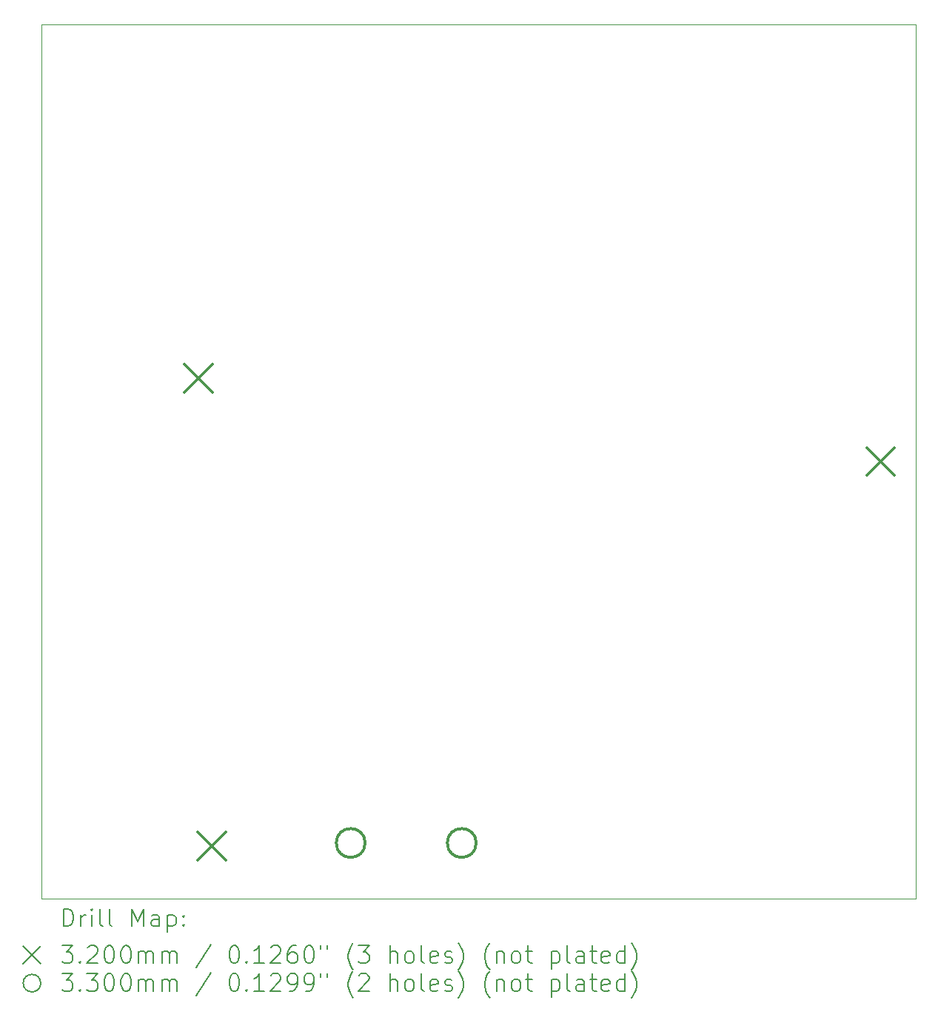
<source format=gbr>
%TF.GenerationSoftware,KiCad,Pcbnew,8.0.0*%
%TF.CreationDate,2024-03-07T02:07:16+09:00*%
%TF.ProjectId,wheel,77686565-6c2e-46b6-9963-61645f706362,rev?*%
%TF.SameCoordinates,Original*%
%TF.FileFunction,Drillmap*%
%TF.FilePolarity,Positive*%
%FSLAX45Y45*%
G04 Gerber Fmt 4.5, Leading zero omitted, Abs format (unit mm)*
G04 Created by KiCad (PCBNEW 8.0.0) date 2024-03-07 02:07:16*
%MOMM*%
%LPD*%
G01*
G04 APERTURE LIST*
%ADD10C,0.100000*%
%ADD11C,0.200000*%
%ADD12C,0.320000*%
%ADD13C,0.330000*%
G04 APERTURE END LIST*
D10*
X15000000Y-16000000D02*
X5000000Y-16000000D01*
X15000000Y-6000000D02*
X15000000Y-16000000D01*
X5000000Y-6000000D02*
X15000000Y-6000000D01*
X5000000Y-16000000D02*
X5000000Y-6000000D01*
D11*
D12*
X6640000Y-9890000D02*
X6960000Y-10210000D01*
X6960000Y-9890000D02*
X6640000Y-10210000D01*
X6790000Y-15240000D02*
X7110000Y-15560000D01*
X7110000Y-15240000D02*
X6790000Y-15560000D01*
X14440000Y-10840000D02*
X14760000Y-11160000D01*
X14760000Y-10840000D02*
X14440000Y-11160000D01*
D13*
X8705000Y-15362500D02*
G75*
G02*
X8375000Y-15362500I-165000J0D01*
G01*
X8375000Y-15362500D02*
G75*
G02*
X8705000Y-15362500I165000J0D01*
G01*
X9975000Y-15362500D02*
G75*
G02*
X9645000Y-15362500I-165000J0D01*
G01*
X9645000Y-15362500D02*
G75*
G02*
X9975000Y-15362500I165000J0D01*
G01*
D11*
X5255777Y-16316484D02*
X5255777Y-16116484D01*
X5255777Y-16116484D02*
X5303396Y-16116484D01*
X5303396Y-16116484D02*
X5331967Y-16126008D01*
X5331967Y-16126008D02*
X5351015Y-16145055D01*
X5351015Y-16145055D02*
X5360539Y-16164103D01*
X5360539Y-16164103D02*
X5370063Y-16202198D01*
X5370063Y-16202198D02*
X5370063Y-16230769D01*
X5370063Y-16230769D02*
X5360539Y-16268865D01*
X5360539Y-16268865D02*
X5351015Y-16287912D01*
X5351015Y-16287912D02*
X5331967Y-16306960D01*
X5331967Y-16306960D02*
X5303396Y-16316484D01*
X5303396Y-16316484D02*
X5255777Y-16316484D01*
X5455777Y-16316484D02*
X5455777Y-16183150D01*
X5455777Y-16221246D02*
X5465301Y-16202198D01*
X5465301Y-16202198D02*
X5474824Y-16192674D01*
X5474824Y-16192674D02*
X5493872Y-16183150D01*
X5493872Y-16183150D02*
X5512920Y-16183150D01*
X5579586Y-16316484D02*
X5579586Y-16183150D01*
X5579586Y-16116484D02*
X5570063Y-16126008D01*
X5570063Y-16126008D02*
X5579586Y-16135531D01*
X5579586Y-16135531D02*
X5589110Y-16126008D01*
X5589110Y-16126008D02*
X5579586Y-16116484D01*
X5579586Y-16116484D02*
X5579586Y-16135531D01*
X5703396Y-16316484D02*
X5684348Y-16306960D01*
X5684348Y-16306960D02*
X5674824Y-16287912D01*
X5674824Y-16287912D02*
X5674824Y-16116484D01*
X5808158Y-16316484D02*
X5789110Y-16306960D01*
X5789110Y-16306960D02*
X5779586Y-16287912D01*
X5779586Y-16287912D02*
X5779586Y-16116484D01*
X6036729Y-16316484D02*
X6036729Y-16116484D01*
X6036729Y-16116484D02*
X6103396Y-16259341D01*
X6103396Y-16259341D02*
X6170062Y-16116484D01*
X6170062Y-16116484D02*
X6170062Y-16316484D01*
X6351015Y-16316484D02*
X6351015Y-16211722D01*
X6351015Y-16211722D02*
X6341491Y-16192674D01*
X6341491Y-16192674D02*
X6322443Y-16183150D01*
X6322443Y-16183150D02*
X6284348Y-16183150D01*
X6284348Y-16183150D02*
X6265301Y-16192674D01*
X6351015Y-16306960D02*
X6331967Y-16316484D01*
X6331967Y-16316484D02*
X6284348Y-16316484D01*
X6284348Y-16316484D02*
X6265301Y-16306960D01*
X6265301Y-16306960D02*
X6255777Y-16287912D01*
X6255777Y-16287912D02*
X6255777Y-16268865D01*
X6255777Y-16268865D02*
X6265301Y-16249817D01*
X6265301Y-16249817D02*
X6284348Y-16240293D01*
X6284348Y-16240293D02*
X6331967Y-16240293D01*
X6331967Y-16240293D02*
X6351015Y-16230769D01*
X6446253Y-16183150D02*
X6446253Y-16383150D01*
X6446253Y-16192674D02*
X6465301Y-16183150D01*
X6465301Y-16183150D02*
X6503396Y-16183150D01*
X6503396Y-16183150D02*
X6522443Y-16192674D01*
X6522443Y-16192674D02*
X6531967Y-16202198D01*
X6531967Y-16202198D02*
X6541491Y-16221246D01*
X6541491Y-16221246D02*
X6541491Y-16278388D01*
X6541491Y-16278388D02*
X6531967Y-16297436D01*
X6531967Y-16297436D02*
X6522443Y-16306960D01*
X6522443Y-16306960D02*
X6503396Y-16316484D01*
X6503396Y-16316484D02*
X6465301Y-16316484D01*
X6465301Y-16316484D02*
X6446253Y-16306960D01*
X6627205Y-16297436D02*
X6636729Y-16306960D01*
X6636729Y-16306960D02*
X6627205Y-16316484D01*
X6627205Y-16316484D02*
X6617682Y-16306960D01*
X6617682Y-16306960D02*
X6627205Y-16297436D01*
X6627205Y-16297436D02*
X6627205Y-16316484D01*
X6627205Y-16192674D02*
X6636729Y-16202198D01*
X6636729Y-16202198D02*
X6627205Y-16211722D01*
X6627205Y-16211722D02*
X6617682Y-16202198D01*
X6617682Y-16202198D02*
X6627205Y-16192674D01*
X6627205Y-16192674D02*
X6627205Y-16211722D01*
X4795000Y-16545000D02*
X4995000Y-16745000D01*
X4995000Y-16545000D02*
X4795000Y-16745000D01*
X5236729Y-16536484D02*
X5360539Y-16536484D01*
X5360539Y-16536484D02*
X5293872Y-16612674D01*
X5293872Y-16612674D02*
X5322444Y-16612674D01*
X5322444Y-16612674D02*
X5341491Y-16622198D01*
X5341491Y-16622198D02*
X5351015Y-16631722D01*
X5351015Y-16631722D02*
X5360539Y-16650769D01*
X5360539Y-16650769D02*
X5360539Y-16698388D01*
X5360539Y-16698388D02*
X5351015Y-16717436D01*
X5351015Y-16717436D02*
X5341491Y-16726960D01*
X5341491Y-16726960D02*
X5322444Y-16736484D01*
X5322444Y-16736484D02*
X5265301Y-16736484D01*
X5265301Y-16736484D02*
X5246253Y-16726960D01*
X5246253Y-16726960D02*
X5236729Y-16717436D01*
X5446253Y-16717436D02*
X5455777Y-16726960D01*
X5455777Y-16726960D02*
X5446253Y-16736484D01*
X5446253Y-16736484D02*
X5436729Y-16726960D01*
X5436729Y-16726960D02*
X5446253Y-16717436D01*
X5446253Y-16717436D02*
X5446253Y-16736484D01*
X5531967Y-16555531D02*
X5541491Y-16546008D01*
X5541491Y-16546008D02*
X5560539Y-16536484D01*
X5560539Y-16536484D02*
X5608158Y-16536484D01*
X5608158Y-16536484D02*
X5627205Y-16546008D01*
X5627205Y-16546008D02*
X5636729Y-16555531D01*
X5636729Y-16555531D02*
X5646253Y-16574579D01*
X5646253Y-16574579D02*
X5646253Y-16593627D01*
X5646253Y-16593627D02*
X5636729Y-16622198D01*
X5636729Y-16622198D02*
X5522444Y-16736484D01*
X5522444Y-16736484D02*
X5646253Y-16736484D01*
X5770062Y-16536484D02*
X5789110Y-16536484D01*
X5789110Y-16536484D02*
X5808158Y-16546008D01*
X5808158Y-16546008D02*
X5817682Y-16555531D01*
X5817682Y-16555531D02*
X5827205Y-16574579D01*
X5827205Y-16574579D02*
X5836729Y-16612674D01*
X5836729Y-16612674D02*
X5836729Y-16660293D01*
X5836729Y-16660293D02*
X5827205Y-16698388D01*
X5827205Y-16698388D02*
X5817682Y-16717436D01*
X5817682Y-16717436D02*
X5808158Y-16726960D01*
X5808158Y-16726960D02*
X5789110Y-16736484D01*
X5789110Y-16736484D02*
X5770062Y-16736484D01*
X5770062Y-16736484D02*
X5751015Y-16726960D01*
X5751015Y-16726960D02*
X5741491Y-16717436D01*
X5741491Y-16717436D02*
X5731967Y-16698388D01*
X5731967Y-16698388D02*
X5722443Y-16660293D01*
X5722443Y-16660293D02*
X5722443Y-16612674D01*
X5722443Y-16612674D02*
X5731967Y-16574579D01*
X5731967Y-16574579D02*
X5741491Y-16555531D01*
X5741491Y-16555531D02*
X5751015Y-16546008D01*
X5751015Y-16546008D02*
X5770062Y-16536484D01*
X5960539Y-16536484D02*
X5979586Y-16536484D01*
X5979586Y-16536484D02*
X5998634Y-16546008D01*
X5998634Y-16546008D02*
X6008158Y-16555531D01*
X6008158Y-16555531D02*
X6017682Y-16574579D01*
X6017682Y-16574579D02*
X6027205Y-16612674D01*
X6027205Y-16612674D02*
X6027205Y-16660293D01*
X6027205Y-16660293D02*
X6017682Y-16698388D01*
X6017682Y-16698388D02*
X6008158Y-16717436D01*
X6008158Y-16717436D02*
X5998634Y-16726960D01*
X5998634Y-16726960D02*
X5979586Y-16736484D01*
X5979586Y-16736484D02*
X5960539Y-16736484D01*
X5960539Y-16736484D02*
X5941491Y-16726960D01*
X5941491Y-16726960D02*
X5931967Y-16717436D01*
X5931967Y-16717436D02*
X5922443Y-16698388D01*
X5922443Y-16698388D02*
X5912920Y-16660293D01*
X5912920Y-16660293D02*
X5912920Y-16612674D01*
X5912920Y-16612674D02*
X5922443Y-16574579D01*
X5922443Y-16574579D02*
X5931967Y-16555531D01*
X5931967Y-16555531D02*
X5941491Y-16546008D01*
X5941491Y-16546008D02*
X5960539Y-16536484D01*
X6112920Y-16736484D02*
X6112920Y-16603150D01*
X6112920Y-16622198D02*
X6122443Y-16612674D01*
X6122443Y-16612674D02*
X6141491Y-16603150D01*
X6141491Y-16603150D02*
X6170063Y-16603150D01*
X6170063Y-16603150D02*
X6189110Y-16612674D01*
X6189110Y-16612674D02*
X6198634Y-16631722D01*
X6198634Y-16631722D02*
X6198634Y-16736484D01*
X6198634Y-16631722D02*
X6208158Y-16612674D01*
X6208158Y-16612674D02*
X6227205Y-16603150D01*
X6227205Y-16603150D02*
X6255777Y-16603150D01*
X6255777Y-16603150D02*
X6274824Y-16612674D01*
X6274824Y-16612674D02*
X6284348Y-16631722D01*
X6284348Y-16631722D02*
X6284348Y-16736484D01*
X6379586Y-16736484D02*
X6379586Y-16603150D01*
X6379586Y-16622198D02*
X6389110Y-16612674D01*
X6389110Y-16612674D02*
X6408158Y-16603150D01*
X6408158Y-16603150D02*
X6436729Y-16603150D01*
X6436729Y-16603150D02*
X6455777Y-16612674D01*
X6455777Y-16612674D02*
X6465301Y-16631722D01*
X6465301Y-16631722D02*
X6465301Y-16736484D01*
X6465301Y-16631722D02*
X6474824Y-16612674D01*
X6474824Y-16612674D02*
X6493872Y-16603150D01*
X6493872Y-16603150D02*
X6522443Y-16603150D01*
X6522443Y-16603150D02*
X6541491Y-16612674D01*
X6541491Y-16612674D02*
X6551015Y-16631722D01*
X6551015Y-16631722D02*
X6551015Y-16736484D01*
X6941491Y-16526960D02*
X6770063Y-16784103D01*
X7198634Y-16536484D02*
X7217682Y-16536484D01*
X7217682Y-16536484D02*
X7236729Y-16546008D01*
X7236729Y-16546008D02*
X7246253Y-16555531D01*
X7246253Y-16555531D02*
X7255777Y-16574579D01*
X7255777Y-16574579D02*
X7265301Y-16612674D01*
X7265301Y-16612674D02*
X7265301Y-16660293D01*
X7265301Y-16660293D02*
X7255777Y-16698388D01*
X7255777Y-16698388D02*
X7246253Y-16717436D01*
X7246253Y-16717436D02*
X7236729Y-16726960D01*
X7236729Y-16726960D02*
X7217682Y-16736484D01*
X7217682Y-16736484D02*
X7198634Y-16736484D01*
X7198634Y-16736484D02*
X7179586Y-16726960D01*
X7179586Y-16726960D02*
X7170063Y-16717436D01*
X7170063Y-16717436D02*
X7160539Y-16698388D01*
X7160539Y-16698388D02*
X7151015Y-16660293D01*
X7151015Y-16660293D02*
X7151015Y-16612674D01*
X7151015Y-16612674D02*
X7160539Y-16574579D01*
X7160539Y-16574579D02*
X7170063Y-16555531D01*
X7170063Y-16555531D02*
X7179586Y-16546008D01*
X7179586Y-16546008D02*
X7198634Y-16536484D01*
X7351015Y-16717436D02*
X7360539Y-16726960D01*
X7360539Y-16726960D02*
X7351015Y-16736484D01*
X7351015Y-16736484D02*
X7341491Y-16726960D01*
X7341491Y-16726960D02*
X7351015Y-16717436D01*
X7351015Y-16717436D02*
X7351015Y-16736484D01*
X7551015Y-16736484D02*
X7436729Y-16736484D01*
X7493872Y-16736484D02*
X7493872Y-16536484D01*
X7493872Y-16536484D02*
X7474825Y-16565055D01*
X7474825Y-16565055D02*
X7455777Y-16584103D01*
X7455777Y-16584103D02*
X7436729Y-16593627D01*
X7627206Y-16555531D02*
X7636729Y-16546008D01*
X7636729Y-16546008D02*
X7655777Y-16536484D01*
X7655777Y-16536484D02*
X7703396Y-16536484D01*
X7703396Y-16536484D02*
X7722444Y-16546008D01*
X7722444Y-16546008D02*
X7731967Y-16555531D01*
X7731967Y-16555531D02*
X7741491Y-16574579D01*
X7741491Y-16574579D02*
X7741491Y-16593627D01*
X7741491Y-16593627D02*
X7731967Y-16622198D01*
X7731967Y-16622198D02*
X7617682Y-16736484D01*
X7617682Y-16736484D02*
X7741491Y-16736484D01*
X7912920Y-16536484D02*
X7874825Y-16536484D01*
X7874825Y-16536484D02*
X7855777Y-16546008D01*
X7855777Y-16546008D02*
X7846253Y-16555531D01*
X7846253Y-16555531D02*
X7827206Y-16584103D01*
X7827206Y-16584103D02*
X7817682Y-16622198D01*
X7817682Y-16622198D02*
X7817682Y-16698388D01*
X7817682Y-16698388D02*
X7827206Y-16717436D01*
X7827206Y-16717436D02*
X7836729Y-16726960D01*
X7836729Y-16726960D02*
X7855777Y-16736484D01*
X7855777Y-16736484D02*
X7893872Y-16736484D01*
X7893872Y-16736484D02*
X7912920Y-16726960D01*
X7912920Y-16726960D02*
X7922444Y-16717436D01*
X7922444Y-16717436D02*
X7931967Y-16698388D01*
X7931967Y-16698388D02*
X7931967Y-16650769D01*
X7931967Y-16650769D02*
X7922444Y-16631722D01*
X7922444Y-16631722D02*
X7912920Y-16622198D01*
X7912920Y-16622198D02*
X7893872Y-16612674D01*
X7893872Y-16612674D02*
X7855777Y-16612674D01*
X7855777Y-16612674D02*
X7836729Y-16622198D01*
X7836729Y-16622198D02*
X7827206Y-16631722D01*
X7827206Y-16631722D02*
X7817682Y-16650769D01*
X8055777Y-16536484D02*
X8074825Y-16536484D01*
X8074825Y-16536484D02*
X8093872Y-16546008D01*
X8093872Y-16546008D02*
X8103396Y-16555531D01*
X8103396Y-16555531D02*
X8112920Y-16574579D01*
X8112920Y-16574579D02*
X8122444Y-16612674D01*
X8122444Y-16612674D02*
X8122444Y-16660293D01*
X8122444Y-16660293D02*
X8112920Y-16698388D01*
X8112920Y-16698388D02*
X8103396Y-16717436D01*
X8103396Y-16717436D02*
X8093872Y-16726960D01*
X8093872Y-16726960D02*
X8074825Y-16736484D01*
X8074825Y-16736484D02*
X8055777Y-16736484D01*
X8055777Y-16736484D02*
X8036729Y-16726960D01*
X8036729Y-16726960D02*
X8027206Y-16717436D01*
X8027206Y-16717436D02*
X8017682Y-16698388D01*
X8017682Y-16698388D02*
X8008158Y-16660293D01*
X8008158Y-16660293D02*
X8008158Y-16612674D01*
X8008158Y-16612674D02*
X8017682Y-16574579D01*
X8017682Y-16574579D02*
X8027206Y-16555531D01*
X8027206Y-16555531D02*
X8036729Y-16546008D01*
X8036729Y-16546008D02*
X8055777Y-16536484D01*
X8198634Y-16536484D02*
X8198634Y-16574579D01*
X8274825Y-16536484D02*
X8274825Y-16574579D01*
X8570063Y-16812674D02*
X8560539Y-16803150D01*
X8560539Y-16803150D02*
X8541491Y-16774579D01*
X8541491Y-16774579D02*
X8531968Y-16755531D01*
X8531968Y-16755531D02*
X8522444Y-16726960D01*
X8522444Y-16726960D02*
X8512920Y-16679341D01*
X8512920Y-16679341D02*
X8512920Y-16641246D01*
X8512920Y-16641246D02*
X8522444Y-16593627D01*
X8522444Y-16593627D02*
X8531968Y-16565055D01*
X8531968Y-16565055D02*
X8541491Y-16546008D01*
X8541491Y-16546008D02*
X8560539Y-16517436D01*
X8560539Y-16517436D02*
X8570063Y-16507912D01*
X8627206Y-16536484D02*
X8751015Y-16536484D01*
X8751015Y-16536484D02*
X8684349Y-16612674D01*
X8684349Y-16612674D02*
X8712920Y-16612674D01*
X8712920Y-16612674D02*
X8731968Y-16622198D01*
X8731968Y-16622198D02*
X8741491Y-16631722D01*
X8741491Y-16631722D02*
X8751015Y-16650769D01*
X8751015Y-16650769D02*
X8751015Y-16698388D01*
X8751015Y-16698388D02*
X8741491Y-16717436D01*
X8741491Y-16717436D02*
X8731968Y-16726960D01*
X8731968Y-16726960D02*
X8712920Y-16736484D01*
X8712920Y-16736484D02*
X8655777Y-16736484D01*
X8655777Y-16736484D02*
X8636730Y-16726960D01*
X8636730Y-16726960D02*
X8627206Y-16717436D01*
X8989111Y-16736484D02*
X8989111Y-16536484D01*
X9074825Y-16736484D02*
X9074825Y-16631722D01*
X9074825Y-16631722D02*
X9065301Y-16612674D01*
X9065301Y-16612674D02*
X9046253Y-16603150D01*
X9046253Y-16603150D02*
X9017682Y-16603150D01*
X9017682Y-16603150D02*
X8998634Y-16612674D01*
X8998634Y-16612674D02*
X8989111Y-16622198D01*
X9198634Y-16736484D02*
X9179587Y-16726960D01*
X9179587Y-16726960D02*
X9170063Y-16717436D01*
X9170063Y-16717436D02*
X9160539Y-16698388D01*
X9160539Y-16698388D02*
X9160539Y-16641246D01*
X9160539Y-16641246D02*
X9170063Y-16622198D01*
X9170063Y-16622198D02*
X9179587Y-16612674D01*
X9179587Y-16612674D02*
X9198634Y-16603150D01*
X9198634Y-16603150D02*
X9227206Y-16603150D01*
X9227206Y-16603150D02*
X9246253Y-16612674D01*
X9246253Y-16612674D02*
X9255777Y-16622198D01*
X9255777Y-16622198D02*
X9265301Y-16641246D01*
X9265301Y-16641246D02*
X9265301Y-16698388D01*
X9265301Y-16698388D02*
X9255777Y-16717436D01*
X9255777Y-16717436D02*
X9246253Y-16726960D01*
X9246253Y-16726960D02*
X9227206Y-16736484D01*
X9227206Y-16736484D02*
X9198634Y-16736484D01*
X9379587Y-16736484D02*
X9360539Y-16726960D01*
X9360539Y-16726960D02*
X9351015Y-16707912D01*
X9351015Y-16707912D02*
X9351015Y-16536484D01*
X9531968Y-16726960D02*
X9512920Y-16736484D01*
X9512920Y-16736484D02*
X9474825Y-16736484D01*
X9474825Y-16736484D02*
X9455777Y-16726960D01*
X9455777Y-16726960D02*
X9446253Y-16707912D01*
X9446253Y-16707912D02*
X9446253Y-16631722D01*
X9446253Y-16631722D02*
X9455777Y-16612674D01*
X9455777Y-16612674D02*
X9474825Y-16603150D01*
X9474825Y-16603150D02*
X9512920Y-16603150D01*
X9512920Y-16603150D02*
X9531968Y-16612674D01*
X9531968Y-16612674D02*
X9541492Y-16631722D01*
X9541492Y-16631722D02*
X9541492Y-16650769D01*
X9541492Y-16650769D02*
X9446253Y-16669817D01*
X9617682Y-16726960D02*
X9636730Y-16736484D01*
X9636730Y-16736484D02*
X9674825Y-16736484D01*
X9674825Y-16736484D02*
X9693873Y-16726960D01*
X9693873Y-16726960D02*
X9703396Y-16707912D01*
X9703396Y-16707912D02*
X9703396Y-16698388D01*
X9703396Y-16698388D02*
X9693873Y-16679341D01*
X9693873Y-16679341D02*
X9674825Y-16669817D01*
X9674825Y-16669817D02*
X9646253Y-16669817D01*
X9646253Y-16669817D02*
X9627206Y-16660293D01*
X9627206Y-16660293D02*
X9617682Y-16641246D01*
X9617682Y-16641246D02*
X9617682Y-16631722D01*
X9617682Y-16631722D02*
X9627206Y-16612674D01*
X9627206Y-16612674D02*
X9646253Y-16603150D01*
X9646253Y-16603150D02*
X9674825Y-16603150D01*
X9674825Y-16603150D02*
X9693873Y-16612674D01*
X9770063Y-16812674D02*
X9779587Y-16803150D01*
X9779587Y-16803150D02*
X9798634Y-16774579D01*
X9798634Y-16774579D02*
X9808158Y-16755531D01*
X9808158Y-16755531D02*
X9817682Y-16726960D01*
X9817682Y-16726960D02*
X9827206Y-16679341D01*
X9827206Y-16679341D02*
X9827206Y-16641246D01*
X9827206Y-16641246D02*
X9817682Y-16593627D01*
X9817682Y-16593627D02*
X9808158Y-16565055D01*
X9808158Y-16565055D02*
X9798634Y-16546008D01*
X9798634Y-16546008D02*
X9779587Y-16517436D01*
X9779587Y-16517436D02*
X9770063Y-16507912D01*
X10131968Y-16812674D02*
X10122444Y-16803150D01*
X10122444Y-16803150D02*
X10103396Y-16774579D01*
X10103396Y-16774579D02*
X10093873Y-16755531D01*
X10093873Y-16755531D02*
X10084349Y-16726960D01*
X10084349Y-16726960D02*
X10074825Y-16679341D01*
X10074825Y-16679341D02*
X10074825Y-16641246D01*
X10074825Y-16641246D02*
X10084349Y-16593627D01*
X10084349Y-16593627D02*
X10093873Y-16565055D01*
X10093873Y-16565055D02*
X10103396Y-16546008D01*
X10103396Y-16546008D02*
X10122444Y-16517436D01*
X10122444Y-16517436D02*
X10131968Y-16507912D01*
X10208158Y-16603150D02*
X10208158Y-16736484D01*
X10208158Y-16622198D02*
X10217682Y-16612674D01*
X10217682Y-16612674D02*
X10236730Y-16603150D01*
X10236730Y-16603150D02*
X10265301Y-16603150D01*
X10265301Y-16603150D02*
X10284349Y-16612674D01*
X10284349Y-16612674D02*
X10293873Y-16631722D01*
X10293873Y-16631722D02*
X10293873Y-16736484D01*
X10417682Y-16736484D02*
X10398634Y-16726960D01*
X10398634Y-16726960D02*
X10389111Y-16717436D01*
X10389111Y-16717436D02*
X10379587Y-16698388D01*
X10379587Y-16698388D02*
X10379587Y-16641246D01*
X10379587Y-16641246D02*
X10389111Y-16622198D01*
X10389111Y-16622198D02*
X10398634Y-16612674D01*
X10398634Y-16612674D02*
X10417682Y-16603150D01*
X10417682Y-16603150D02*
X10446254Y-16603150D01*
X10446254Y-16603150D02*
X10465301Y-16612674D01*
X10465301Y-16612674D02*
X10474825Y-16622198D01*
X10474825Y-16622198D02*
X10484349Y-16641246D01*
X10484349Y-16641246D02*
X10484349Y-16698388D01*
X10484349Y-16698388D02*
X10474825Y-16717436D01*
X10474825Y-16717436D02*
X10465301Y-16726960D01*
X10465301Y-16726960D02*
X10446254Y-16736484D01*
X10446254Y-16736484D02*
X10417682Y-16736484D01*
X10541492Y-16603150D02*
X10617682Y-16603150D01*
X10570063Y-16536484D02*
X10570063Y-16707912D01*
X10570063Y-16707912D02*
X10579587Y-16726960D01*
X10579587Y-16726960D02*
X10598634Y-16736484D01*
X10598634Y-16736484D02*
X10617682Y-16736484D01*
X10836730Y-16603150D02*
X10836730Y-16803150D01*
X10836730Y-16612674D02*
X10855777Y-16603150D01*
X10855777Y-16603150D02*
X10893873Y-16603150D01*
X10893873Y-16603150D02*
X10912920Y-16612674D01*
X10912920Y-16612674D02*
X10922444Y-16622198D01*
X10922444Y-16622198D02*
X10931968Y-16641246D01*
X10931968Y-16641246D02*
X10931968Y-16698388D01*
X10931968Y-16698388D02*
X10922444Y-16717436D01*
X10922444Y-16717436D02*
X10912920Y-16726960D01*
X10912920Y-16726960D02*
X10893873Y-16736484D01*
X10893873Y-16736484D02*
X10855777Y-16736484D01*
X10855777Y-16736484D02*
X10836730Y-16726960D01*
X11046254Y-16736484D02*
X11027206Y-16726960D01*
X11027206Y-16726960D02*
X11017682Y-16707912D01*
X11017682Y-16707912D02*
X11017682Y-16536484D01*
X11208158Y-16736484D02*
X11208158Y-16631722D01*
X11208158Y-16631722D02*
X11198634Y-16612674D01*
X11198634Y-16612674D02*
X11179587Y-16603150D01*
X11179587Y-16603150D02*
X11141492Y-16603150D01*
X11141492Y-16603150D02*
X11122444Y-16612674D01*
X11208158Y-16726960D02*
X11189111Y-16736484D01*
X11189111Y-16736484D02*
X11141492Y-16736484D01*
X11141492Y-16736484D02*
X11122444Y-16726960D01*
X11122444Y-16726960D02*
X11112920Y-16707912D01*
X11112920Y-16707912D02*
X11112920Y-16688865D01*
X11112920Y-16688865D02*
X11122444Y-16669817D01*
X11122444Y-16669817D02*
X11141492Y-16660293D01*
X11141492Y-16660293D02*
X11189111Y-16660293D01*
X11189111Y-16660293D02*
X11208158Y-16650769D01*
X11274825Y-16603150D02*
X11351015Y-16603150D01*
X11303396Y-16536484D02*
X11303396Y-16707912D01*
X11303396Y-16707912D02*
X11312920Y-16726960D01*
X11312920Y-16726960D02*
X11331968Y-16736484D01*
X11331968Y-16736484D02*
X11351015Y-16736484D01*
X11493873Y-16726960D02*
X11474825Y-16736484D01*
X11474825Y-16736484D02*
X11436730Y-16736484D01*
X11436730Y-16736484D02*
X11417682Y-16726960D01*
X11417682Y-16726960D02*
X11408158Y-16707912D01*
X11408158Y-16707912D02*
X11408158Y-16631722D01*
X11408158Y-16631722D02*
X11417682Y-16612674D01*
X11417682Y-16612674D02*
X11436730Y-16603150D01*
X11436730Y-16603150D02*
X11474825Y-16603150D01*
X11474825Y-16603150D02*
X11493873Y-16612674D01*
X11493873Y-16612674D02*
X11503396Y-16631722D01*
X11503396Y-16631722D02*
X11503396Y-16650769D01*
X11503396Y-16650769D02*
X11408158Y-16669817D01*
X11674825Y-16736484D02*
X11674825Y-16536484D01*
X11674825Y-16726960D02*
X11655777Y-16736484D01*
X11655777Y-16736484D02*
X11617682Y-16736484D01*
X11617682Y-16736484D02*
X11598634Y-16726960D01*
X11598634Y-16726960D02*
X11589111Y-16717436D01*
X11589111Y-16717436D02*
X11579587Y-16698388D01*
X11579587Y-16698388D02*
X11579587Y-16641246D01*
X11579587Y-16641246D02*
X11589111Y-16622198D01*
X11589111Y-16622198D02*
X11598634Y-16612674D01*
X11598634Y-16612674D02*
X11617682Y-16603150D01*
X11617682Y-16603150D02*
X11655777Y-16603150D01*
X11655777Y-16603150D02*
X11674825Y-16612674D01*
X11751015Y-16812674D02*
X11760539Y-16803150D01*
X11760539Y-16803150D02*
X11779587Y-16774579D01*
X11779587Y-16774579D02*
X11789111Y-16755531D01*
X11789111Y-16755531D02*
X11798634Y-16726960D01*
X11798634Y-16726960D02*
X11808158Y-16679341D01*
X11808158Y-16679341D02*
X11808158Y-16641246D01*
X11808158Y-16641246D02*
X11798634Y-16593627D01*
X11798634Y-16593627D02*
X11789111Y-16565055D01*
X11789111Y-16565055D02*
X11779587Y-16546008D01*
X11779587Y-16546008D02*
X11760539Y-16517436D01*
X11760539Y-16517436D02*
X11751015Y-16507912D01*
X4995000Y-16965000D02*
G75*
G02*
X4795000Y-16965000I-100000J0D01*
G01*
X4795000Y-16965000D02*
G75*
G02*
X4995000Y-16965000I100000J0D01*
G01*
X5236729Y-16856484D02*
X5360539Y-16856484D01*
X5360539Y-16856484D02*
X5293872Y-16932674D01*
X5293872Y-16932674D02*
X5322444Y-16932674D01*
X5322444Y-16932674D02*
X5341491Y-16942198D01*
X5341491Y-16942198D02*
X5351015Y-16951722D01*
X5351015Y-16951722D02*
X5360539Y-16970770D01*
X5360539Y-16970770D02*
X5360539Y-17018389D01*
X5360539Y-17018389D02*
X5351015Y-17037436D01*
X5351015Y-17037436D02*
X5341491Y-17046960D01*
X5341491Y-17046960D02*
X5322444Y-17056484D01*
X5322444Y-17056484D02*
X5265301Y-17056484D01*
X5265301Y-17056484D02*
X5246253Y-17046960D01*
X5246253Y-17046960D02*
X5236729Y-17037436D01*
X5446253Y-17037436D02*
X5455777Y-17046960D01*
X5455777Y-17046960D02*
X5446253Y-17056484D01*
X5446253Y-17056484D02*
X5436729Y-17046960D01*
X5436729Y-17046960D02*
X5446253Y-17037436D01*
X5446253Y-17037436D02*
X5446253Y-17056484D01*
X5522444Y-16856484D02*
X5646253Y-16856484D01*
X5646253Y-16856484D02*
X5579586Y-16932674D01*
X5579586Y-16932674D02*
X5608158Y-16932674D01*
X5608158Y-16932674D02*
X5627205Y-16942198D01*
X5627205Y-16942198D02*
X5636729Y-16951722D01*
X5636729Y-16951722D02*
X5646253Y-16970770D01*
X5646253Y-16970770D02*
X5646253Y-17018389D01*
X5646253Y-17018389D02*
X5636729Y-17037436D01*
X5636729Y-17037436D02*
X5627205Y-17046960D01*
X5627205Y-17046960D02*
X5608158Y-17056484D01*
X5608158Y-17056484D02*
X5551015Y-17056484D01*
X5551015Y-17056484D02*
X5531967Y-17046960D01*
X5531967Y-17046960D02*
X5522444Y-17037436D01*
X5770062Y-16856484D02*
X5789110Y-16856484D01*
X5789110Y-16856484D02*
X5808158Y-16866008D01*
X5808158Y-16866008D02*
X5817682Y-16875531D01*
X5817682Y-16875531D02*
X5827205Y-16894579D01*
X5827205Y-16894579D02*
X5836729Y-16932674D01*
X5836729Y-16932674D02*
X5836729Y-16980293D01*
X5836729Y-16980293D02*
X5827205Y-17018389D01*
X5827205Y-17018389D02*
X5817682Y-17037436D01*
X5817682Y-17037436D02*
X5808158Y-17046960D01*
X5808158Y-17046960D02*
X5789110Y-17056484D01*
X5789110Y-17056484D02*
X5770062Y-17056484D01*
X5770062Y-17056484D02*
X5751015Y-17046960D01*
X5751015Y-17046960D02*
X5741491Y-17037436D01*
X5741491Y-17037436D02*
X5731967Y-17018389D01*
X5731967Y-17018389D02*
X5722443Y-16980293D01*
X5722443Y-16980293D02*
X5722443Y-16932674D01*
X5722443Y-16932674D02*
X5731967Y-16894579D01*
X5731967Y-16894579D02*
X5741491Y-16875531D01*
X5741491Y-16875531D02*
X5751015Y-16866008D01*
X5751015Y-16866008D02*
X5770062Y-16856484D01*
X5960539Y-16856484D02*
X5979586Y-16856484D01*
X5979586Y-16856484D02*
X5998634Y-16866008D01*
X5998634Y-16866008D02*
X6008158Y-16875531D01*
X6008158Y-16875531D02*
X6017682Y-16894579D01*
X6017682Y-16894579D02*
X6027205Y-16932674D01*
X6027205Y-16932674D02*
X6027205Y-16980293D01*
X6027205Y-16980293D02*
X6017682Y-17018389D01*
X6017682Y-17018389D02*
X6008158Y-17037436D01*
X6008158Y-17037436D02*
X5998634Y-17046960D01*
X5998634Y-17046960D02*
X5979586Y-17056484D01*
X5979586Y-17056484D02*
X5960539Y-17056484D01*
X5960539Y-17056484D02*
X5941491Y-17046960D01*
X5941491Y-17046960D02*
X5931967Y-17037436D01*
X5931967Y-17037436D02*
X5922443Y-17018389D01*
X5922443Y-17018389D02*
X5912920Y-16980293D01*
X5912920Y-16980293D02*
X5912920Y-16932674D01*
X5912920Y-16932674D02*
X5922443Y-16894579D01*
X5922443Y-16894579D02*
X5931967Y-16875531D01*
X5931967Y-16875531D02*
X5941491Y-16866008D01*
X5941491Y-16866008D02*
X5960539Y-16856484D01*
X6112920Y-17056484D02*
X6112920Y-16923150D01*
X6112920Y-16942198D02*
X6122443Y-16932674D01*
X6122443Y-16932674D02*
X6141491Y-16923150D01*
X6141491Y-16923150D02*
X6170063Y-16923150D01*
X6170063Y-16923150D02*
X6189110Y-16932674D01*
X6189110Y-16932674D02*
X6198634Y-16951722D01*
X6198634Y-16951722D02*
X6198634Y-17056484D01*
X6198634Y-16951722D02*
X6208158Y-16932674D01*
X6208158Y-16932674D02*
X6227205Y-16923150D01*
X6227205Y-16923150D02*
X6255777Y-16923150D01*
X6255777Y-16923150D02*
X6274824Y-16932674D01*
X6274824Y-16932674D02*
X6284348Y-16951722D01*
X6284348Y-16951722D02*
X6284348Y-17056484D01*
X6379586Y-17056484D02*
X6379586Y-16923150D01*
X6379586Y-16942198D02*
X6389110Y-16932674D01*
X6389110Y-16932674D02*
X6408158Y-16923150D01*
X6408158Y-16923150D02*
X6436729Y-16923150D01*
X6436729Y-16923150D02*
X6455777Y-16932674D01*
X6455777Y-16932674D02*
X6465301Y-16951722D01*
X6465301Y-16951722D02*
X6465301Y-17056484D01*
X6465301Y-16951722D02*
X6474824Y-16932674D01*
X6474824Y-16932674D02*
X6493872Y-16923150D01*
X6493872Y-16923150D02*
X6522443Y-16923150D01*
X6522443Y-16923150D02*
X6541491Y-16932674D01*
X6541491Y-16932674D02*
X6551015Y-16951722D01*
X6551015Y-16951722D02*
X6551015Y-17056484D01*
X6941491Y-16846960D02*
X6770063Y-17104103D01*
X7198634Y-16856484D02*
X7217682Y-16856484D01*
X7217682Y-16856484D02*
X7236729Y-16866008D01*
X7236729Y-16866008D02*
X7246253Y-16875531D01*
X7246253Y-16875531D02*
X7255777Y-16894579D01*
X7255777Y-16894579D02*
X7265301Y-16932674D01*
X7265301Y-16932674D02*
X7265301Y-16980293D01*
X7265301Y-16980293D02*
X7255777Y-17018389D01*
X7255777Y-17018389D02*
X7246253Y-17037436D01*
X7246253Y-17037436D02*
X7236729Y-17046960D01*
X7236729Y-17046960D02*
X7217682Y-17056484D01*
X7217682Y-17056484D02*
X7198634Y-17056484D01*
X7198634Y-17056484D02*
X7179586Y-17046960D01*
X7179586Y-17046960D02*
X7170063Y-17037436D01*
X7170063Y-17037436D02*
X7160539Y-17018389D01*
X7160539Y-17018389D02*
X7151015Y-16980293D01*
X7151015Y-16980293D02*
X7151015Y-16932674D01*
X7151015Y-16932674D02*
X7160539Y-16894579D01*
X7160539Y-16894579D02*
X7170063Y-16875531D01*
X7170063Y-16875531D02*
X7179586Y-16866008D01*
X7179586Y-16866008D02*
X7198634Y-16856484D01*
X7351015Y-17037436D02*
X7360539Y-17046960D01*
X7360539Y-17046960D02*
X7351015Y-17056484D01*
X7351015Y-17056484D02*
X7341491Y-17046960D01*
X7341491Y-17046960D02*
X7351015Y-17037436D01*
X7351015Y-17037436D02*
X7351015Y-17056484D01*
X7551015Y-17056484D02*
X7436729Y-17056484D01*
X7493872Y-17056484D02*
X7493872Y-16856484D01*
X7493872Y-16856484D02*
X7474825Y-16885055D01*
X7474825Y-16885055D02*
X7455777Y-16904103D01*
X7455777Y-16904103D02*
X7436729Y-16913627D01*
X7627206Y-16875531D02*
X7636729Y-16866008D01*
X7636729Y-16866008D02*
X7655777Y-16856484D01*
X7655777Y-16856484D02*
X7703396Y-16856484D01*
X7703396Y-16856484D02*
X7722444Y-16866008D01*
X7722444Y-16866008D02*
X7731967Y-16875531D01*
X7731967Y-16875531D02*
X7741491Y-16894579D01*
X7741491Y-16894579D02*
X7741491Y-16913627D01*
X7741491Y-16913627D02*
X7731967Y-16942198D01*
X7731967Y-16942198D02*
X7617682Y-17056484D01*
X7617682Y-17056484D02*
X7741491Y-17056484D01*
X7836729Y-17056484D02*
X7874825Y-17056484D01*
X7874825Y-17056484D02*
X7893872Y-17046960D01*
X7893872Y-17046960D02*
X7903396Y-17037436D01*
X7903396Y-17037436D02*
X7922444Y-17008865D01*
X7922444Y-17008865D02*
X7931967Y-16970770D01*
X7931967Y-16970770D02*
X7931967Y-16894579D01*
X7931967Y-16894579D02*
X7922444Y-16875531D01*
X7922444Y-16875531D02*
X7912920Y-16866008D01*
X7912920Y-16866008D02*
X7893872Y-16856484D01*
X7893872Y-16856484D02*
X7855777Y-16856484D01*
X7855777Y-16856484D02*
X7836729Y-16866008D01*
X7836729Y-16866008D02*
X7827206Y-16875531D01*
X7827206Y-16875531D02*
X7817682Y-16894579D01*
X7817682Y-16894579D02*
X7817682Y-16942198D01*
X7817682Y-16942198D02*
X7827206Y-16961246D01*
X7827206Y-16961246D02*
X7836729Y-16970770D01*
X7836729Y-16970770D02*
X7855777Y-16980293D01*
X7855777Y-16980293D02*
X7893872Y-16980293D01*
X7893872Y-16980293D02*
X7912920Y-16970770D01*
X7912920Y-16970770D02*
X7922444Y-16961246D01*
X7922444Y-16961246D02*
X7931967Y-16942198D01*
X8027206Y-17056484D02*
X8065301Y-17056484D01*
X8065301Y-17056484D02*
X8084348Y-17046960D01*
X8084348Y-17046960D02*
X8093872Y-17037436D01*
X8093872Y-17037436D02*
X8112920Y-17008865D01*
X8112920Y-17008865D02*
X8122444Y-16970770D01*
X8122444Y-16970770D02*
X8122444Y-16894579D01*
X8122444Y-16894579D02*
X8112920Y-16875531D01*
X8112920Y-16875531D02*
X8103396Y-16866008D01*
X8103396Y-16866008D02*
X8084348Y-16856484D01*
X8084348Y-16856484D02*
X8046253Y-16856484D01*
X8046253Y-16856484D02*
X8027206Y-16866008D01*
X8027206Y-16866008D02*
X8017682Y-16875531D01*
X8017682Y-16875531D02*
X8008158Y-16894579D01*
X8008158Y-16894579D02*
X8008158Y-16942198D01*
X8008158Y-16942198D02*
X8017682Y-16961246D01*
X8017682Y-16961246D02*
X8027206Y-16970770D01*
X8027206Y-16970770D02*
X8046253Y-16980293D01*
X8046253Y-16980293D02*
X8084348Y-16980293D01*
X8084348Y-16980293D02*
X8103396Y-16970770D01*
X8103396Y-16970770D02*
X8112920Y-16961246D01*
X8112920Y-16961246D02*
X8122444Y-16942198D01*
X8198634Y-16856484D02*
X8198634Y-16894579D01*
X8274825Y-16856484D02*
X8274825Y-16894579D01*
X8570063Y-17132674D02*
X8560539Y-17123150D01*
X8560539Y-17123150D02*
X8541491Y-17094579D01*
X8541491Y-17094579D02*
X8531968Y-17075531D01*
X8531968Y-17075531D02*
X8522444Y-17046960D01*
X8522444Y-17046960D02*
X8512920Y-16999341D01*
X8512920Y-16999341D02*
X8512920Y-16961246D01*
X8512920Y-16961246D02*
X8522444Y-16913627D01*
X8522444Y-16913627D02*
X8531968Y-16885055D01*
X8531968Y-16885055D02*
X8541491Y-16866008D01*
X8541491Y-16866008D02*
X8560539Y-16837436D01*
X8560539Y-16837436D02*
X8570063Y-16827912D01*
X8636730Y-16875531D02*
X8646253Y-16866008D01*
X8646253Y-16866008D02*
X8665301Y-16856484D01*
X8665301Y-16856484D02*
X8712920Y-16856484D01*
X8712920Y-16856484D02*
X8731968Y-16866008D01*
X8731968Y-16866008D02*
X8741491Y-16875531D01*
X8741491Y-16875531D02*
X8751015Y-16894579D01*
X8751015Y-16894579D02*
X8751015Y-16913627D01*
X8751015Y-16913627D02*
X8741491Y-16942198D01*
X8741491Y-16942198D02*
X8627206Y-17056484D01*
X8627206Y-17056484D02*
X8751015Y-17056484D01*
X8989111Y-17056484D02*
X8989111Y-16856484D01*
X9074825Y-17056484D02*
X9074825Y-16951722D01*
X9074825Y-16951722D02*
X9065301Y-16932674D01*
X9065301Y-16932674D02*
X9046253Y-16923150D01*
X9046253Y-16923150D02*
X9017682Y-16923150D01*
X9017682Y-16923150D02*
X8998634Y-16932674D01*
X8998634Y-16932674D02*
X8989111Y-16942198D01*
X9198634Y-17056484D02*
X9179587Y-17046960D01*
X9179587Y-17046960D02*
X9170063Y-17037436D01*
X9170063Y-17037436D02*
X9160539Y-17018389D01*
X9160539Y-17018389D02*
X9160539Y-16961246D01*
X9160539Y-16961246D02*
X9170063Y-16942198D01*
X9170063Y-16942198D02*
X9179587Y-16932674D01*
X9179587Y-16932674D02*
X9198634Y-16923150D01*
X9198634Y-16923150D02*
X9227206Y-16923150D01*
X9227206Y-16923150D02*
X9246253Y-16932674D01*
X9246253Y-16932674D02*
X9255777Y-16942198D01*
X9255777Y-16942198D02*
X9265301Y-16961246D01*
X9265301Y-16961246D02*
X9265301Y-17018389D01*
X9265301Y-17018389D02*
X9255777Y-17037436D01*
X9255777Y-17037436D02*
X9246253Y-17046960D01*
X9246253Y-17046960D02*
X9227206Y-17056484D01*
X9227206Y-17056484D02*
X9198634Y-17056484D01*
X9379587Y-17056484D02*
X9360539Y-17046960D01*
X9360539Y-17046960D02*
X9351015Y-17027912D01*
X9351015Y-17027912D02*
X9351015Y-16856484D01*
X9531968Y-17046960D02*
X9512920Y-17056484D01*
X9512920Y-17056484D02*
X9474825Y-17056484D01*
X9474825Y-17056484D02*
X9455777Y-17046960D01*
X9455777Y-17046960D02*
X9446253Y-17027912D01*
X9446253Y-17027912D02*
X9446253Y-16951722D01*
X9446253Y-16951722D02*
X9455777Y-16932674D01*
X9455777Y-16932674D02*
X9474825Y-16923150D01*
X9474825Y-16923150D02*
X9512920Y-16923150D01*
X9512920Y-16923150D02*
X9531968Y-16932674D01*
X9531968Y-16932674D02*
X9541492Y-16951722D01*
X9541492Y-16951722D02*
X9541492Y-16970770D01*
X9541492Y-16970770D02*
X9446253Y-16989817D01*
X9617682Y-17046960D02*
X9636730Y-17056484D01*
X9636730Y-17056484D02*
X9674825Y-17056484D01*
X9674825Y-17056484D02*
X9693873Y-17046960D01*
X9693873Y-17046960D02*
X9703396Y-17027912D01*
X9703396Y-17027912D02*
X9703396Y-17018389D01*
X9703396Y-17018389D02*
X9693873Y-16999341D01*
X9693873Y-16999341D02*
X9674825Y-16989817D01*
X9674825Y-16989817D02*
X9646253Y-16989817D01*
X9646253Y-16989817D02*
X9627206Y-16980293D01*
X9627206Y-16980293D02*
X9617682Y-16961246D01*
X9617682Y-16961246D02*
X9617682Y-16951722D01*
X9617682Y-16951722D02*
X9627206Y-16932674D01*
X9627206Y-16932674D02*
X9646253Y-16923150D01*
X9646253Y-16923150D02*
X9674825Y-16923150D01*
X9674825Y-16923150D02*
X9693873Y-16932674D01*
X9770063Y-17132674D02*
X9779587Y-17123150D01*
X9779587Y-17123150D02*
X9798634Y-17094579D01*
X9798634Y-17094579D02*
X9808158Y-17075531D01*
X9808158Y-17075531D02*
X9817682Y-17046960D01*
X9817682Y-17046960D02*
X9827206Y-16999341D01*
X9827206Y-16999341D02*
X9827206Y-16961246D01*
X9827206Y-16961246D02*
X9817682Y-16913627D01*
X9817682Y-16913627D02*
X9808158Y-16885055D01*
X9808158Y-16885055D02*
X9798634Y-16866008D01*
X9798634Y-16866008D02*
X9779587Y-16837436D01*
X9779587Y-16837436D02*
X9770063Y-16827912D01*
X10131968Y-17132674D02*
X10122444Y-17123150D01*
X10122444Y-17123150D02*
X10103396Y-17094579D01*
X10103396Y-17094579D02*
X10093873Y-17075531D01*
X10093873Y-17075531D02*
X10084349Y-17046960D01*
X10084349Y-17046960D02*
X10074825Y-16999341D01*
X10074825Y-16999341D02*
X10074825Y-16961246D01*
X10074825Y-16961246D02*
X10084349Y-16913627D01*
X10084349Y-16913627D02*
X10093873Y-16885055D01*
X10093873Y-16885055D02*
X10103396Y-16866008D01*
X10103396Y-16866008D02*
X10122444Y-16837436D01*
X10122444Y-16837436D02*
X10131968Y-16827912D01*
X10208158Y-16923150D02*
X10208158Y-17056484D01*
X10208158Y-16942198D02*
X10217682Y-16932674D01*
X10217682Y-16932674D02*
X10236730Y-16923150D01*
X10236730Y-16923150D02*
X10265301Y-16923150D01*
X10265301Y-16923150D02*
X10284349Y-16932674D01*
X10284349Y-16932674D02*
X10293873Y-16951722D01*
X10293873Y-16951722D02*
X10293873Y-17056484D01*
X10417682Y-17056484D02*
X10398634Y-17046960D01*
X10398634Y-17046960D02*
X10389111Y-17037436D01*
X10389111Y-17037436D02*
X10379587Y-17018389D01*
X10379587Y-17018389D02*
X10379587Y-16961246D01*
X10379587Y-16961246D02*
X10389111Y-16942198D01*
X10389111Y-16942198D02*
X10398634Y-16932674D01*
X10398634Y-16932674D02*
X10417682Y-16923150D01*
X10417682Y-16923150D02*
X10446254Y-16923150D01*
X10446254Y-16923150D02*
X10465301Y-16932674D01*
X10465301Y-16932674D02*
X10474825Y-16942198D01*
X10474825Y-16942198D02*
X10484349Y-16961246D01*
X10484349Y-16961246D02*
X10484349Y-17018389D01*
X10484349Y-17018389D02*
X10474825Y-17037436D01*
X10474825Y-17037436D02*
X10465301Y-17046960D01*
X10465301Y-17046960D02*
X10446254Y-17056484D01*
X10446254Y-17056484D02*
X10417682Y-17056484D01*
X10541492Y-16923150D02*
X10617682Y-16923150D01*
X10570063Y-16856484D02*
X10570063Y-17027912D01*
X10570063Y-17027912D02*
X10579587Y-17046960D01*
X10579587Y-17046960D02*
X10598634Y-17056484D01*
X10598634Y-17056484D02*
X10617682Y-17056484D01*
X10836730Y-16923150D02*
X10836730Y-17123150D01*
X10836730Y-16932674D02*
X10855777Y-16923150D01*
X10855777Y-16923150D02*
X10893873Y-16923150D01*
X10893873Y-16923150D02*
X10912920Y-16932674D01*
X10912920Y-16932674D02*
X10922444Y-16942198D01*
X10922444Y-16942198D02*
X10931968Y-16961246D01*
X10931968Y-16961246D02*
X10931968Y-17018389D01*
X10931968Y-17018389D02*
X10922444Y-17037436D01*
X10922444Y-17037436D02*
X10912920Y-17046960D01*
X10912920Y-17046960D02*
X10893873Y-17056484D01*
X10893873Y-17056484D02*
X10855777Y-17056484D01*
X10855777Y-17056484D02*
X10836730Y-17046960D01*
X11046254Y-17056484D02*
X11027206Y-17046960D01*
X11027206Y-17046960D02*
X11017682Y-17027912D01*
X11017682Y-17027912D02*
X11017682Y-16856484D01*
X11208158Y-17056484D02*
X11208158Y-16951722D01*
X11208158Y-16951722D02*
X11198634Y-16932674D01*
X11198634Y-16932674D02*
X11179587Y-16923150D01*
X11179587Y-16923150D02*
X11141492Y-16923150D01*
X11141492Y-16923150D02*
X11122444Y-16932674D01*
X11208158Y-17046960D02*
X11189111Y-17056484D01*
X11189111Y-17056484D02*
X11141492Y-17056484D01*
X11141492Y-17056484D02*
X11122444Y-17046960D01*
X11122444Y-17046960D02*
X11112920Y-17027912D01*
X11112920Y-17027912D02*
X11112920Y-17008865D01*
X11112920Y-17008865D02*
X11122444Y-16989817D01*
X11122444Y-16989817D02*
X11141492Y-16980293D01*
X11141492Y-16980293D02*
X11189111Y-16980293D01*
X11189111Y-16980293D02*
X11208158Y-16970770D01*
X11274825Y-16923150D02*
X11351015Y-16923150D01*
X11303396Y-16856484D02*
X11303396Y-17027912D01*
X11303396Y-17027912D02*
X11312920Y-17046960D01*
X11312920Y-17046960D02*
X11331968Y-17056484D01*
X11331968Y-17056484D02*
X11351015Y-17056484D01*
X11493873Y-17046960D02*
X11474825Y-17056484D01*
X11474825Y-17056484D02*
X11436730Y-17056484D01*
X11436730Y-17056484D02*
X11417682Y-17046960D01*
X11417682Y-17046960D02*
X11408158Y-17027912D01*
X11408158Y-17027912D02*
X11408158Y-16951722D01*
X11408158Y-16951722D02*
X11417682Y-16932674D01*
X11417682Y-16932674D02*
X11436730Y-16923150D01*
X11436730Y-16923150D02*
X11474825Y-16923150D01*
X11474825Y-16923150D02*
X11493873Y-16932674D01*
X11493873Y-16932674D02*
X11503396Y-16951722D01*
X11503396Y-16951722D02*
X11503396Y-16970770D01*
X11503396Y-16970770D02*
X11408158Y-16989817D01*
X11674825Y-17056484D02*
X11674825Y-16856484D01*
X11674825Y-17046960D02*
X11655777Y-17056484D01*
X11655777Y-17056484D02*
X11617682Y-17056484D01*
X11617682Y-17056484D02*
X11598634Y-17046960D01*
X11598634Y-17046960D02*
X11589111Y-17037436D01*
X11589111Y-17037436D02*
X11579587Y-17018389D01*
X11579587Y-17018389D02*
X11579587Y-16961246D01*
X11579587Y-16961246D02*
X11589111Y-16942198D01*
X11589111Y-16942198D02*
X11598634Y-16932674D01*
X11598634Y-16932674D02*
X11617682Y-16923150D01*
X11617682Y-16923150D02*
X11655777Y-16923150D01*
X11655777Y-16923150D02*
X11674825Y-16932674D01*
X11751015Y-17132674D02*
X11760539Y-17123150D01*
X11760539Y-17123150D02*
X11779587Y-17094579D01*
X11779587Y-17094579D02*
X11789111Y-17075531D01*
X11789111Y-17075531D02*
X11798634Y-17046960D01*
X11798634Y-17046960D02*
X11808158Y-16999341D01*
X11808158Y-16999341D02*
X11808158Y-16961246D01*
X11808158Y-16961246D02*
X11798634Y-16913627D01*
X11798634Y-16913627D02*
X11789111Y-16885055D01*
X11789111Y-16885055D02*
X11779587Y-16866008D01*
X11779587Y-16866008D02*
X11760539Y-16837436D01*
X11760539Y-16837436D02*
X11751015Y-16827912D01*
M02*

</source>
